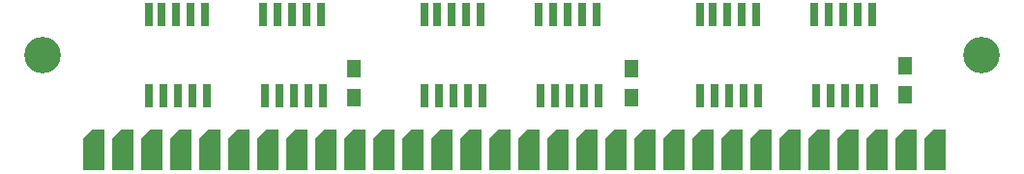
<source format=gbr>
%TF.GenerationSoftware,KiCad,Pcbnew,8.0.0*%
%TF.CreationDate,2024-11-03T15:19:12-05:00*%
%TF.ProjectId,macintosh-dram-1m-simm,6d616369-6e74-46f7-9368-2d6472616d2d,rev?*%
%TF.SameCoordinates,Original*%
%TF.FileFunction,Soldermask,Top*%
%TF.FilePolarity,Negative*%
%FSLAX46Y46*%
G04 Gerber Fmt 4.6, Leading zero omitted, Abs format (unit mm)*
G04 Created by KiCad (PCBNEW 8.0.0) date 2024-11-03 15:19:12*
%MOMM*%
%LPD*%
G01*
G04 APERTURE LIST*
G04 Aperture macros list*
%AMOutline5P*
0 Free polygon, 5 corners , with rotation*
0 The origin of the aperture is its center*
0 number of corners: always 5*
0 $1 to $10 corner X, Y*
0 $11 Rotation angle, in degrees counterclockwise*
0 create outline with 5 corners*
4,1,5,$1,$2,$3,$4,$5,$6,$7,$8,$9,$10,$1,$2,$11*%
%AMOutline6P*
0 Free polygon, 6 corners , with rotation*
0 The origin of the aperture is its center*
0 number of corners: always 6*
0 $1 to $12 corner X, Y*
0 $13 Rotation angle, in degrees counterclockwise*
0 create outline with 6 corners*
4,1,6,$1,$2,$3,$4,$5,$6,$7,$8,$9,$10,$11,$12,$1,$2,$13*%
%AMOutline7P*
0 Free polygon, 7 corners , with rotation*
0 The origin of the aperture is its center*
0 number of corners: always 7*
0 $1 to $14 corner X, Y*
0 $15 Rotation angle, in degrees counterclockwise*
0 create outline with 7 corners*
4,1,7,$1,$2,$3,$4,$5,$6,$7,$8,$9,$10,$11,$12,$13,$14,$1,$2,$15*%
%AMOutline8P*
0 Free polygon, 8 corners , with rotation*
0 The origin of the aperture is its center*
0 number of corners: always 8*
0 $1 to $16 corner X, Y*
0 $17 Rotation angle, in degrees counterclockwise*
0 create outline with 8 corners*
4,1,8,$1,$2,$3,$4,$5,$6,$7,$8,$9,$10,$11,$12,$13,$14,$15,$16,$1,$2,$17*%
G04 Aperture macros list end*
%ADD10Outline5P,-0.890000X1.038000X-0.178000X1.750000X0.890000X1.750000X0.890000X-1.750000X-0.890000X-1.750000X0.000000*%
%ADD11R,0.800000X2.000000*%
%ADD12C,3.200000*%
%ADD13R,1.250000X1.500000*%
G04 APERTURE END LIST*
D10*
%TO.C,B1*%
X122174000Y-125098000D03*
X124714000Y-125098000D03*
X127254000Y-125098000D03*
X129794000Y-125098000D03*
X132334000Y-125098000D03*
X134874000Y-125098000D03*
X137414000Y-125098000D03*
X139954000Y-125098000D03*
X142494000Y-125098000D03*
X145034000Y-125098000D03*
X147574000Y-125098000D03*
X150114000Y-125098000D03*
X152654000Y-125098000D03*
X155194000Y-125098000D03*
X157734000Y-125098000D03*
X160274000Y-125098000D03*
X162814000Y-125098000D03*
X165354000Y-125098000D03*
X167894000Y-125098000D03*
X170434000Y-125098000D03*
X172974000Y-125098000D03*
X175514000Y-125098000D03*
X178054000Y-125098000D03*
X180594000Y-125098000D03*
X183134000Y-125098000D03*
X185674000Y-125098000D03*
X188214000Y-125098000D03*
X190754000Y-125098000D03*
X193294000Y-125098000D03*
X195834000Y-125098000D03*
%TD*%
D11*
%TO.C,U1*%
X127030000Y-120396000D03*
X128300000Y-120396000D03*
X129570000Y-120396000D03*
X130840000Y-120396000D03*
X132110000Y-120396000D03*
X137190000Y-120396000D03*
X138460000Y-120396000D03*
X139730000Y-120396000D03*
X141000000Y-120396000D03*
X142270000Y-120396000D03*
X142143000Y-113284000D03*
X140873000Y-113284000D03*
X139603000Y-113284000D03*
X138333000Y-113284000D03*
X137063000Y-113284000D03*
X131983000Y-113284000D03*
X130713000Y-113284000D03*
X129443000Y-113284000D03*
X128173000Y-113284000D03*
X127030000Y-113284000D03*
%TD*%
%TO.C,U2*%
X151130000Y-120396000D03*
X152400000Y-120396000D03*
X153670000Y-120396000D03*
X154940000Y-120396000D03*
X156210000Y-120396000D03*
X161290000Y-120396000D03*
X162560000Y-120396000D03*
X163830000Y-120396000D03*
X165100000Y-120396000D03*
X166370000Y-120396000D03*
X166243000Y-113284000D03*
X164973000Y-113284000D03*
X163703000Y-113284000D03*
X162433000Y-113284000D03*
X161163000Y-113284000D03*
X156083000Y-113284000D03*
X154813000Y-113284000D03*
X153543000Y-113284000D03*
X152273000Y-113284000D03*
X151130000Y-113284000D03*
%TD*%
D12*
%TO.C,H1*%
X117729000Y-116840000D03*
%TD*%
%TO.C,H2*%
X199898000Y-116840000D03*
%TD*%
D13*
%TO.C,C1*%
X145000000Y-120499999D03*
X145000000Y-118000001D03*
%TD*%
%TO.C,C2*%
X169250000Y-120499999D03*
X169250000Y-118000001D03*
%TD*%
%TO.C,C3*%
X193250000Y-120249999D03*
X193250000Y-117750001D03*
%TD*%
D11*
%TO.C,U3*%
X175260000Y-120396000D03*
X176530000Y-120396000D03*
X177800000Y-120396000D03*
X179070000Y-120396000D03*
X180340000Y-120396000D03*
X185420000Y-120396000D03*
X186690000Y-120396000D03*
X187960000Y-120396000D03*
X189230000Y-120396000D03*
X190500000Y-120396000D03*
X190373000Y-113284000D03*
X189103000Y-113284000D03*
X187833000Y-113284000D03*
X186563000Y-113284000D03*
X185293000Y-113284000D03*
X180213000Y-113284000D03*
X178943000Y-113284000D03*
X177673000Y-113284000D03*
X176403000Y-113284000D03*
X175260000Y-113284000D03*
%TD*%
M02*

</source>
